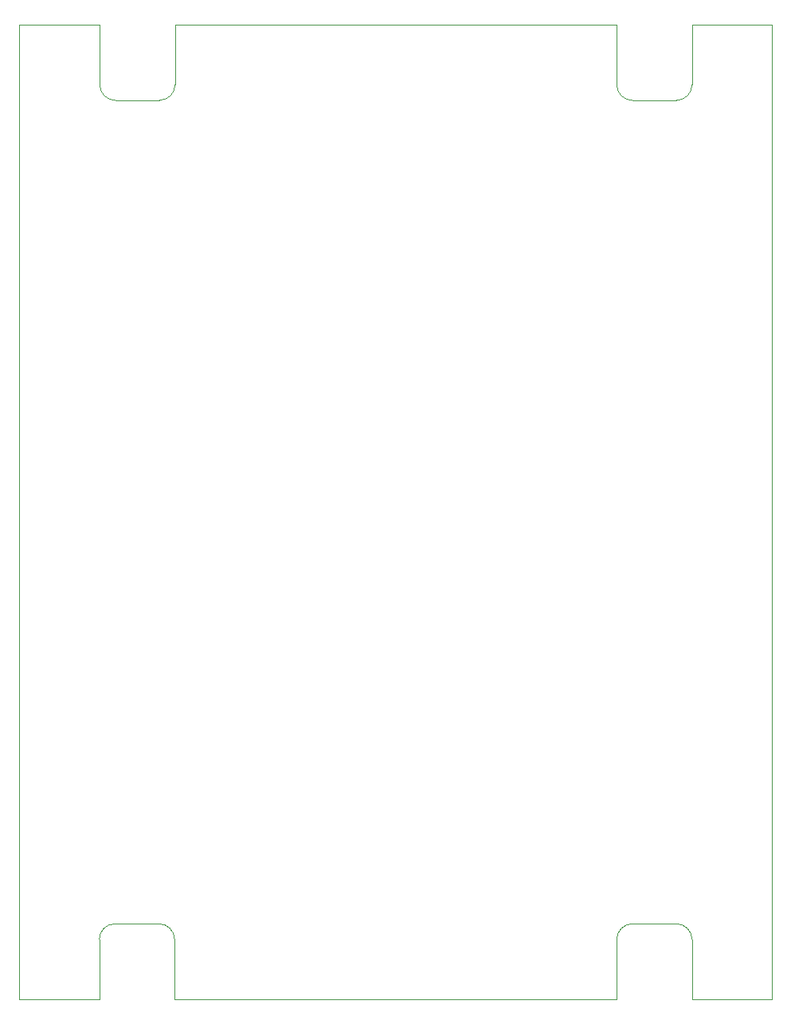
<source format=gm1>
G04 #@! TF.GenerationSoftware,KiCad,Pcbnew,(6.0.5-0)*
G04 #@! TF.CreationDate,2022-12-26T00:23:02-05:00*
G04 #@! TF.ProjectId,solar-cell-pcbs-burn-wire-vertical,736f6c61-722d-4636-956c-6c2d70636273,rev?*
G04 #@! TF.SameCoordinates,Original*
G04 #@! TF.FileFunction,Profile,NP*
%FSLAX46Y46*%
G04 Gerber Fmt 4.6, Leading zero omitted, Abs format (unit mm)*
G04 Created by KiCad (PCBNEW (6.0.5-0)) date 2022-12-26 00:23:02*
%MOMM*%
%LPD*%
G01*
G04 APERTURE LIST*
G04 #@! TA.AperFunction,Profile*
%ADD10C,0.100000*%
G04 #@! TD*
G04 APERTURE END LIST*
D10*
X143600000Y-38750000D02*
X152100000Y-38750000D01*
X135600000Y-142250000D02*
X88600000Y-142250000D01*
X152100000Y-38750000D02*
X152100000Y-142250000D01*
X135600000Y-142250000D02*
X135600000Y-135900000D01*
X87000000Y-46750000D02*
G75*
G03*
X88650000Y-45100000I0J1650000D01*
G01*
X80600000Y-142250000D02*
X72100000Y-142250000D01*
X143600000Y-142250000D02*
X152100000Y-142250000D01*
X141950000Y-46750000D02*
G75*
G03*
X143600000Y-45100000I0J1650000D01*
G01*
X137250000Y-134250000D02*
G75*
G03*
X135600000Y-135900000I0J-1650000D01*
G01*
X141950000Y-134250000D02*
X137250000Y-134250000D01*
X88600000Y-135900000D02*
X88600000Y-142250000D01*
X143600000Y-135900000D02*
G75*
G03*
X141950000Y-134250000I-1650000J0D01*
G01*
X135600000Y-45100000D02*
X135600000Y-38750000D01*
X82300000Y-46750000D02*
X87000000Y-46750000D01*
X88600000Y-135900000D02*
G75*
G03*
X86950000Y-134250000I-1650000J0D01*
G01*
X86950000Y-134250000D02*
X82250000Y-134250000D01*
X143600000Y-38750000D02*
X143600000Y-45100000D01*
X135600000Y-45100000D02*
G75*
G03*
X137250000Y-46750000I1650000J0D01*
G01*
X88650000Y-38750000D02*
X135600000Y-38750000D01*
X80650000Y-45100000D02*
X80650000Y-38750000D01*
X80650000Y-45100000D02*
G75*
G03*
X82300000Y-46750000I1650000J0D01*
G01*
X143600000Y-135900000D02*
X143600000Y-142250000D01*
X80650000Y-38750000D02*
X72100000Y-38750000D01*
X72100000Y-142250000D02*
X72100000Y-38750000D01*
X82250000Y-134250000D02*
G75*
G03*
X80600000Y-135900000I0J-1650000D01*
G01*
X88650000Y-38750000D02*
X88650000Y-45100000D01*
X80600000Y-142250000D02*
X80600000Y-135900000D01*
X137250000Y-46750000D02*
X141950000Y-46750000D01*
M02*

</source>
